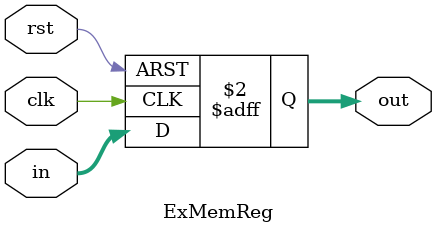
<source format=v>
module ExMemReg #(parameter N = 32)(clk, rst, in, out);
    input clk, rst;
    input [N-1:0]in;
    output reg [N-1:0] out;
    always @(posedge clk,posedge rst) begin
        if (rst)
            out <= {N{1'b0}};
        else
            out <= in;
    end
endmodule
</source>
